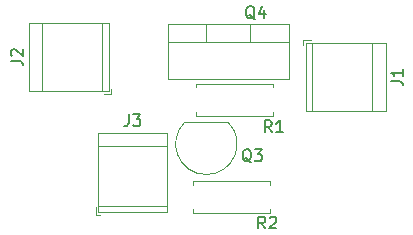
<source format=gbr>
%TF.GenerationSoftware,KiCad,Pcbnew,7.0.8+1*%
%TF.CreationDate,2024-02-21T23:20:15+01:00*%
%TF.ProjectId,MOS_SWITCH_LOAD,4d4f535f-5357-4495-9443-485f4c4f4144,rev?*%
%TF.SameCoordinates,Original*%
%TF.FileFunction,Legend,Top*%
%TF.FilePolarity,Positive*%
%FSLAX46Y46*%
G04 Gerber Fmt 4.6, Leading zero omitted, Abs format (unit mm)*
G04 Created by KiCad (PCBNEW 7.0.8+1) date 2024-02-21 23:20:15*
%MOMM*%
%LPD*%
G01*
G04 APERTURE LIST*
%ADD10C,0.150000*%
%ADD11C,0.120000*%
G04 APERTURE END LIST*
D10*
X107983333Y-52854819D02*
X107650000Y-52378628D01*
X107411905Y-52854819D02*
X107411905Y-51854819D01*
X107411905Y-51854819D02*
X107792857Y-51854819D01*
X107792857Y-51854819D02*
X107888095Y-51902438D01*
X107888095Y-51902438D02*
X107935714Y-51950057D01*
X107935714Y-51950057D02*
X107983333Y-52045295D01*
X107983333Y-52045295D02*
X107983333Y-52188152D01*
X107983333Y-52188152D02*
X107935714Y-52283390D01*
X107935714Y-52283390D02*
X107888095Y-52331009D01*
X107888095Y-52331009D02*
X107792857Y-52378628D01*
X107792857Y-52378628D02*
X107411905Y-52378628D01*
X108935714Y-52854819D02*
X108364286Y-52854819D01*
X108650000Y-52854819D02*
X108650000Y-51854819D01*
X108650000Y-51854819D02*
X108554762Y-51997676D01*
X108554762Y-51997676D02*
X108459524Y-52092914D01*
X108459524Y-52092914D02*
X108364286Y-52140533D01*
X118074819Y-48513333D02*
X118789104Y-48513333D01*
X118789104Y-48513333D02*
X118931961Y-48560952D01*
X118931961Y-48560952D02*
X119027200Y-48656190D01*
X119027200Y-48656190D02*
X119074819Y-48799047D01*
X119074819Y-48799047D02*
X119074819Y-48894285D01*
X119074819Y-47513333D02*
X119074819Y-48084761D01*
X119074819Y-47799047D02*
X118074819Y-47799047D01*
X118074819Y-47799047D02*
X118217676Y-47894285D01*
X118217676Y-47894285D02*
X118312914Y-47989523D01*
X118312914Y-47989523D02*
X118360533Y-48084761D01*
X95866666Y-51334819D02*
X95866666Y-52049104D01*
X95866666Y-52049104D02*
X95819047Y-52191961D01*
X95819047Y-52191961D02*
X95723809Y-52287200D01*
X95723809Y-52287200D02*
X95580952Y-52334819D01*
X95580952Y-52334819D02*
X95485714Y-52334819D01*
X96247619Y-51334819D02*
X96866666Y-51334819D01*
X96866666Y-51334819D02*
X96533333Y-51715771D01*
X96533333Y-51715771D02*
X96676190Y-51715771D01*
X96676190Y-51715771D02*
X96771428Y-51763390D01*
X96771428Y-51763390D02*
X96819047Y-51811009D01*
X96819047Y-51811009D02*
X96866666Y-51906247D01*
X96866666Y-51906247D02*
X96866666Y-52144342D01*
X96866666Y-52144342D02*
X96819047Y-52239580D01*
X96819047Y-52239580D02*
X96771428Y-52287200D01*
X96771428Y-52287200D02*
X96676190Y-52334819D01*
X96676190Y-52334819D02*
X96390476Y-52334819D01*
X96390476Y-52334819D02*
X96295238Y-52287200D01*
X96295238Y-52287200D02*
X96247619Y-52239580D01*
X107433333Y-61004819D02*
X107100000Y-60528628D01*
X106861905Y-61004819D02*
X106861905Y-60004819D01*
X106861905Y-60004819D02*
X107242857Y-60004819D01*
X107242857Y-60004819D02*
X107338095Y-60052438D01*
X107338095Y-60052438D02*
X107385714Y-60100057D01*
X107385714Y-60100057D02*
X107433333Y-60195295D01*
X107433333Y-60195295D02*
X107433333Y-60338152D01*
X107433333Y-60338152D02*
X107385714Y-60433390D01*
X107385714Y-60433390D02*
X107338095Y-60481009D01*
X107338095Y-60481009D02*
X107242857Y-60528628D01*
X107242857Y-60528628D02*
X106861905Y-60528628D01*
X107814286Y-60100057D02*
X107861905Y-60052438D01*
X107861905Y-60052438D02*
X107957143Y-60004819D01*
X107957143Y-60004819D02*
X108195238Y-60004819D01*
X108195238Y-60004819D02*
X108290476Y-60052438D01*
X108290476Y-60052438D02*
X108338095Y-60100057D01*
X108338095Y-60100057D02*
X108385714Y-60195295D01*
X108385714Y-60195295D02*
X108385714Y-60290533D01*
X108385714Y-60290533D02*
X108338095Y-60433390D01*
X108338095Y-60433390D02*
X107766667Y-61004819D01*
X107766667Y-61004819D02*
X108385714Y-61004819D01*
X85884819Y-46813333D02*
X86599104Y-46813333D01*
X86599104Y-46813333D02*
X86741961Y-46860952D01*
X86741961Y-46860952D02*
X86837200Y-46956190D01*
X86837200Y-46956190D02*
X86884819Y-47099047D01*
X86884819Y-47099047D02*
X86884819Y-47194285D01*
X85980057Y-46384761D02*
X85932438Y-46337142D01*
X85932438Y-46337142D02*
X85884819Y-46241904D01*
X85884819Y-46241904D02*
X85884819Y-46003809D01*
X85884819Y-46003809D02*
X85932438Y-45908571D01*
X85932438Y-45908571D02*
X85980057Y-45860952D01*
X85980057Y-45860952D02*
X86075295Y-45813333D01*
X86075295Y-45813333D02*
X86170533Y-45813333D01*
X86170533Y-45813333D02*
X86313390Y-45860952D01*
X86313390Y-45860952D02*
X86884819Y-46432380D01*
X86884819Y-46432380D02*
X86884819Y-45813333D01*
X106554761Y-43300057D02*
X106459523Y-43252438D01*
X106459523Y-43252438D02*
X106364285Y-43157200D01*
X106364285Y-43157200D02*
X106221428Y-43014342D01*
X106221428Y-43014342D02*
X106126190Y-42966723D01*
X106126190Y-42966723D02*
X106030952Y-42966723D01*
X106078571Y-43204819D02*
X105983333Y-43157200D01*
X105983333Y-43157200D02*
X105888095Y-43061961D01*
X105888095Y-43061961D02*
X105840476Y-42871485D01*
X105840476Y-42871485D02*
X105840476Y-42538152D01*
X105840476Y-42538152D02*
X105888095Y-42347676D01*
X105888095Y-42347676D02*
X105983333Y-42252438D01*
X105983333Y-42252438D02*
X106078571Y-42204819D01*
X106078571Y-42204819D02*
X106269047Y-42204819D01*
X106269047Y-42204819D02*
X106364285Y-42252438D01*
X106364285Y-42252438D02*
X106459523Y-42347676D01*
X106459523Y-42347676D02*
X106507142Y-42538152D01*
X106507142Y-42538152D02*
X106507142Y-42871485D01*
X106507142Y-42871485D02*
X106459523Y-43061961D01*
X106459523Y-43061961D02*
X106364285Y-43157200D01*
X106364285Y-43157200D02*
X106269047Y-43204819D01*
X106269047Y-43204819D02*
X106078571Y-43204819D01*
X107364285Y-42538152D02*
X107364285Y-43204819D01*
X107126190Y-42157200D02*
X106888095Y-42871485D01*
X106888095Y-42871485D02*
X107507142Y-42871485D01*
X106254761Y-55400057D02*
X106159523Y-55352438D01*
X106159523Y-55352438D02*
X106064285Y-55257200D01*
X106064285Y-55257200D02*
X105921428Y-55114342D01*
X105921428Y-55114342D02*
X105826190Y-55066723D01*
X105826190Y-55066723D02*
X105730952Y-55066723D01*
X105778571Y-55304819D02*
X105683333Y-55257200D01*
X105683333Y-55257200D02*
X105588095Y-55161961D01*
X105588095Y-55161961D02*
X105540476Y-54971485D01*
X105540476Y-54971485D02*
X105540476Y-54638152D01*
X105540476Y-54638152D02*
X105588095Y-54447676D01*
X105588095Y-54447676D02*
X105683333Y-54352438D01*
X105683333Y-54352438D02*
X105778571Y-54304819D01*
X105778571Y-54304819D02*
X105969047Y-54304819D01*
X105969047Y-54304819D02*
X106064285Y-54352438D01*
X106064285Y-54352438D02*
X106159523Y-54447676D01*
X106159523Y-54447676D02*
X106207142Y-54638152D01*
X106207142Y-54638152D02*
X106207142Y-54971485D01*
X106207142Y-54971485D02*
X106159523Y-55161961D01*
X106159523Y-55161961D02*
X106064285Y-55257200D01*
X106064285Y-55257200D02*
X105969047Y-55304819D01*
X105969047Y-55304819D02*
X105778571Y-55304819D01*
X106540476Y-54304819D02*
X107159523Y-54304819D01*
X107159523Y-54304819D02*
X106826190Y-54685771D01*
X106826190Y-54685771D02*
X106969047Y-54685771D01*
X106969047Y-54685771D02*
X107064285Y-54733390D01*
X107064285Y-54733390D02*
X107111904Y-54781009D01*
X107111904Y-54781009D02*
X107159523Y-54876247D01*
X107159523Y-54876247D02*
X107159523Y-55114342D01*
X107159523Y-55114342D02*
X107111904Y-55209580D01*
X107111904Y-55209580D02*
X107064285Y-55257200D01*
X107064285Y-55257200D02*
X106969047Y-55304819D01*
X106969047Y-55304819D02*
X106683333Y-55304819D01*
X106683333Y-55304819D02*
X106588095Y-55257200D01*
X106588095Y-55257200D02*
X106540476Y-55209580D01*
D11*
%TO.C,R1*%
X108070000Y-51470000D02*
X101530000Y-51470000D01*
X108070000Y-51140000D02*
X108070000Y-51470000D01*
X108070000Y-49060000D02*
X108070000Y-48730000D01*
X108070000Y-48730000D02*
X101530000Y-48730000D01*
X101530000Y-51470000D02*
X101530000Y-51140000D01*
X101530000Y-48730000D02*
X101530000Y-49060000D01*
%TO.C,J1*%
X111280000Y-45050000D02*
X110640000Y-45050000D01*
X110640000Y-45050000D02*
X110640000Y-45450000D01*
X117620000Y-45290000D02*
X110880000Y-45290000D01*
X117620000Y-45290000D02*
X117620000Y-51070000D01*
X116500000Y-45290000D02*
X116500000Y-51070000D01*
X111400000Y-45290000D02*
X111400000Y-51070000D01*
X110880000Y-45290000D02*
X110880000Y-51070000D01*
X117620000Y-51070000D02*
X110880000Y-51070000D01*
%TO.C,J3*%
X93070000Y-59220000D02*
X93070000Y-59860000D01*
X93070000Y-59860000D02*
X93470000Y-59860000D01*
X93310000Y-52880000D02*
X93310000Y-59620000D01*
X93310000Y-52880000D02*
X99090000Y-52880000D01*
X93310000Y-54000000D02*
X99090000Y-54000000D01*
X93310000Y-59100000D02*
X99090000Y-59100000D01*
X93310000Y-59620000D02*
X99090000Y-59620000D01*
X99090000Y-52880000D02*
X99090000Y-59620000D01*
%TO.C,R2*%
X101330000Y-56980000D02*
X107870000Y-56980000D01*
X101330000Y-57310000D02*
X101330000Y-56980000D01*
X101330000Y-59390000D02*
X101330000Y-59720000D01*
X101330000Y-59720000D02*
X107870000Y-59720000D01*
X107870000Y-56980000D02*
X107870000Y-57310000D01*
X107870000Y-59720000D02*
X107870000Y-59390000D01*
%TO.C,J2*%
X93770000Y-49610000D02*
X94410000Y-49610000D01*
X94410000Y-49610000D02*
X94410000Y-49210000D01*
X87430000Y-49370000D02*
X94170000Y-49370000D01*
X87430000Y-49370000D02*
X87430000Y-43590000D01*
X88550000Y-49370000D02*
X88550000Y-43590000D01*
X93650000Y-49370000D02*
X93650000Y-43590000D01*
X94170000Y-49370000D02*
X94170000Y-43590000D01*
X87430000Y-43590000D02*
X94170000Y-43590000D01*
%TO.C,Q4*%
X99170000Y-43730000D02*
X99170000Y-48371000D01*
X99170000Y-43730000D02*
X109410000Y-43730000D01*
X99170000Y-45240000D02*
X109410000Y-45240000D01*
X99170000Y-48371000D02*
X109410000Y-48371000D01*
X102440000Y-43730000D02*
X102440000Y-45240000D01*
X106141000Y-43730000D02*
X106141000Y-45240000D01*
X109410000Y-43730000D02*
X109410000Y-48371000D01*
%TO.C,Q3*%
X104250000Y-51990000D02*
X100650000Y-51990000D01*
X102450000Y-56440000D02*
G75*
G03*
X104288478Y-52001522I0J2600000D01*
G01*
X100611522Y-52001522D02*
G75*
G03*
X102450000Y-56440000I1838478J-1838478D01*
G01*
%TD*%
M02*

</source>
